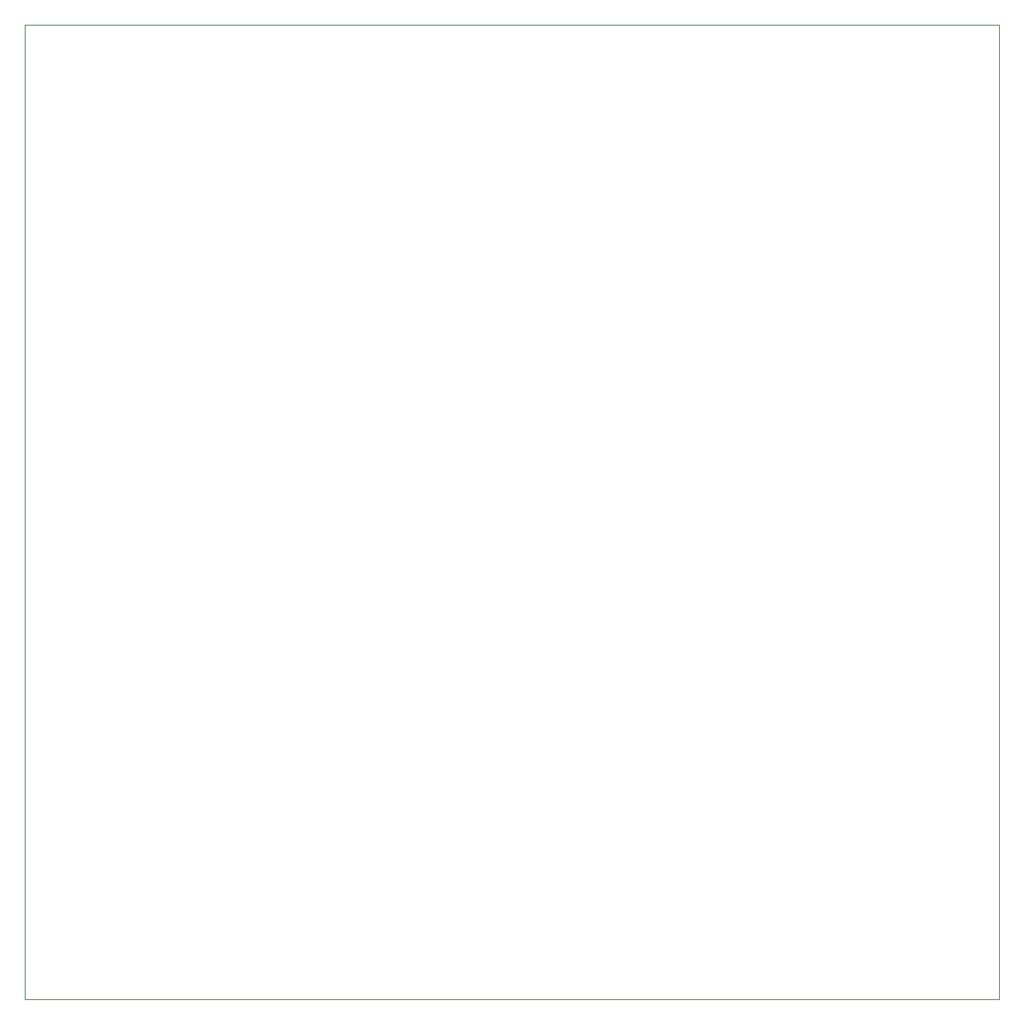
<source format=gbr>
%TF.GenerationSoftware,KiCad,Pcbnew,8.0.0*%
%TF.CreationDate,2024-03-11T16:40:43+11:00*%
%TF.ProjectId,split-flap,73706c69-742d-4666-9c61-702e6b696361,rev?*%
%TF.SameCoordinates,Original*%
%TF.FileFunction,Profile,NP*%
%FSLAX46Y46*%
G04 Gerber Fmt 4.6, Leading zero omitted, Abs format (unit mm)*
G04 Created by KiCad (PCBNEW 8.0.0) date 2024-03-11 16:40:43*
%MOMM*%
%LPD*%
G01*
G04 APERTURE LIST*
%TA.AperFunction,Profile*%
%ADD10C,0.100000*%
%TD*%
G04 APERTURE END LIST*
D10*
X107480000Y-29600000D02*
X207340000Y-29600000D01*
X207340000Y-129500000D01*
X107480000Y-129500000D01*
X107480000Y-29600000D01*
M02*

</source>
